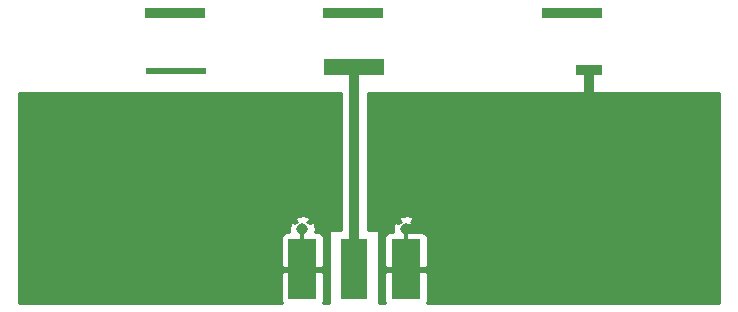
<source format=gbr>
*
%LPD*%
%LN915 PCB Antenna 01-F.Cu*%
%FSLAX25Y25*%
%MOIN*%
%AD*%
%AD*%
%ADD11R,0.095275591X0.2*%
%ADD12C,0.038188976*%
%ADD13R,0.018110236X0.03503937*%
%ADD14C,0.023622047*%
%ADD15C,0.032992126*%
%ADD16C,0.01*%
%ADD21R,0.09015748X0.2*%
%ADD22R,0.201968504X0.03503937*%
%ADD23R,0.08503937X0.03503937*%
%ADD24R,0.201968504X0.054724409*%
%ADD25R,0.201968504X0.02480315*%
G54D21*
%SRX1Y1I0.0J0.0*%
G1X112205Y11732D3*
G54D11*
G1X94961Y11732D3*
G1X129449Y11732D3*
G54D12*
G1X94961Y25276D3*
G1X129449Y25276D3*
G54D13*
G1X94961Y23504D3*
G1X129449Y23504D3*
G54D22*
G1X111815Y97230D3*
G54D23*
G1X190556Y78332D3*
G54D24*
G1X112209Y79317D3*
G54D25*
G1X52760Y77742D3*
G54D22*
G1X184650Y97230D3*
G1X52367Y97230D3*
G54D14*
G1X121260Y2756D3*
G1X121260Y7874D3*
G1X121260Y12992D3*
G1X121260Y17717D3*
G1X121260Y22441D3*
G1X119685Y26378D3*
G1X120079Y31496D3*
G1X120079Y37402D3*
G1X120079Y43307D3*
G1X120079Y49213D3*
G1X120079Y55118D3*
G1X120079Y61024D3*
G1X120079Y66929D3*
G1X125984Y66929D3*
G1X131890Y66929D3*
G1X137795Y66929D3*
G1X143701Y66929D3*
G1X149606Y66929D3*
G1X155512Y66929D3*
G1X161417Y66929D3*
G1X167323Y66929D3*
G1X173228Y66929D3*
G1X179134Y66929D3*
G1X185039Y66929D3*
G1X194882Y66929D3*
G1X200787Y66929D3*
G1X206693Y66929D3*
G1X212598Y66929D3*
G1X218504Y66929D3*
G1X224409Y66929D3*
G1X230315Y66929D3*
G1X103150Y3150D3*
G1X103150Y7480D3*
G1X103150Y12205D3*
G1X103150Y17323D3*
G1X103150Y21654D3*
G1X104724Y26378D3*
G1X104331Y31496D3*
G1X104331Y37402D3*
G1X104331Y43307D3*
G1X104331Y49213D3*
G1X104331Y55118D3*
G1X104331Y61024D3*
G1X104331Y66929D3*
G1X98425Y66929D3*
G1X92520Y66929D3*
G1X86614Y66929D3*
G1X80709Y66929D3*
G1X74803Y66929D3*
G1X68898Y66929D3*
G1X62992Y66929D3*
G1X57087Y66929D3*
G1X51181Y66929D3*
G1X45276Y66929D3*
G1X39370Y66929D3*
G1X33465Y66929D3*
G1X27559Y66929D3*
G1X21654Y66929D3*
G1X15748Y66929D3*
G1X9843Y66929D3*
G1X3937Y66929D3*
G1X112209Y79317D2*
G54D15*
G1X112209Y11737D1*
G1X112205Y11732D1*
G1X190556Y78332D2*
G1X190556Y28744D1*
G1X187087Y25276D2*
G1X129449Y25276D1*
G1X190556Y28744D2*
G1X187087Y25276D1*
G54D16*
G36*
G1X116642Y24909D2*
G1X120079Y24909D1*
G1X120260Y24875D1*
G1X120427Y24768D1*
G1X120539Y24604D1*
G1X120579Y24409D1*
G1X120579Y20984D1*
G1X122185Y20984D1*
G1X122185Y22230D1*
G1X122566Y23148D1*
G1X123269Y23852D1*
G1X124188Y24232D1*
G1X125103Y24232D1*
G1X124988Y25832D1*
G1X125540Y27497D1*
G1X126381Y27636D1*
G1X126885Y27133D1*
G1X127127Y27375D1*
G1X127784Y27647D1*
G1X127088Y28343D1*
G1X127227Y29184D1*
G1X128256Y29610D1*
G1X130006Y29737D1*
G1X131671Y29184D1*
G1X131809Y28343D1*
G1X131114Y27647D1*
G1X131770Y27375D1*
G1X132013Y27133D1*
G1X132517Y27636D1*
G1X133357Y27497D1*
G1X133784Y26468D1*
G1X133910Y24719D1*
G1X133749Y24232D1*
G1X134710Y24232D1*
G1X135629Y23852D1*
G1X136332Y23148D1*
G1X136713Y22230D1*
G1X136713Y20984D1*
G1X233752Y20984D1*
G1X233752Y70366D1*
G1X116642Y70366D1*
G1X116642Y24909D1*
G37*
G36*
G1X120579Y500D2*
G1X122489Y500D1*
G1X122185Y1235D1*
G1X122185Y10607D1*
G1X122810Y11232D1*
G1X128949Y11232D1*
G1X128949Y11154D1*
G1X129949Y11154D1*
G1X129949Y11232D1*
G1X136088Y11232D1*
G1X136713Y10607D1*
G1X136713Y1235D1*
G1X136408Y500D1*
G1X233752Y500D1*
G1X233752Y20984D1*
G1X136713Y20984D1*
G1X136713Y12857D1*
G1X136088Y12232D1*
G1X129949Y12232D1*
G1X129949Y12311D1*
G1X128949Y12311D1*
G1X128949Y12232D1*
G1X122810Y12232D1*
G1X122185Y12857D1*
G1X122185Y20984D1*
G1X120579Y20984D1*
G1X120579Y500D1*
G37*
G1X233752Y500D2*
G1X136408Y500D1*
G1X136713Y1235D1*
G1X136713Y10607D1*
G1X136088Y11232D1*
G1X129949Y11232D1*
G1X129949Y11154D1*
G1X128949Y11154D1*
G1X128949Y11232D1*
G1X122810Y11232D1*
G1X122185Y10607D1*
G1X122185Y1235D1*
G1X122489Y500D1*
G1X120579Y500D1*
G1X120579Y22230D1*
G1X122185Y22230D1*
G1X122185Y12857D1*
G1X122810Y12232D1*
G1X128949Y12232D1*
G1X128949Y12311D1*
G1X129949Y12311D1*
G1X129949Y12232D1*
G1X136088Y12232D1*
G1X136713Y12857D1*
G1X136713Y22230D1*
G1X136332Y23148D1*
G1X135629Y23852D1*
G1X134710Y24232D1*
G1X133749Y24232D1*
G1X133910Y24719D1*
G1X133784Y26468D1*
G1X133357Y27497D1*
G1X132517Y27636D1*
G1X132013Y27133D1*
G1X131770Y27375D1*
G1X131114Y27647D1*
G1X131809Y28343D1*
G1X131671Y29184D1*
G1X130006Y29737D1*
G1X128256Y29610D1*
G1X127227Y29184D1*
G1X127088Y28343D1*
G1X127784Y27647D1*
G1X127127Y27375D1*
G1X126885Y27133D1*
G1X126381Y27636D1*
G1X125540Y27497D1*
G1X124988Y25832D1*
G1X125103Y24232D1*
G1X124188Y24232D1*
G1X123269Y23852D1*
G1X122566Y23148D1*
G1X122185Y22230D1*
G1X120579Y22230D1*
G1X120579Y24409D1*
G1X120539Y24604D1*
G1X120427Y24768D1*
G1X120260Y24875D1*
G1X120079Y24909D1*
G1X116642Y24909D1*
G1X116642Y70366D1*
G1X233752Y70366D1*
G1X233752Y500D1*
G36*
G1X500Y20984D2*
G1X500Y500D1*
G1X88001Y500D1*
G1X87697Y1235D1*
G1X87697Y10607D1*
G1X88322Y11232D1*
G1X94461Y11232D1*
G1X94461Y11154D1*
G1X95461Y11154D1*
G1X95461Y11232D1*
G1X101599Y11232D1*
G1X102224Y10607D1*
G1X102224Y1235D1*
G1X101920Y500D1*
G1X103831Y500D1*
G1X103831Y20984D1*
G1X102224Y20984D1*
G1X102224Y12857D1*
G1X101599Y12232D1*
G1X95461Y12232D1*
G1X95461Y12311D1*
G1X94461Y12311D1*
G1X94461Y12232D1*
G1X88322Y12232D1*
G1X87697Y12857D1*
G1X87697Y20984D1*
G1X500Y20984D1*
G37*
G36*
G1X500Y20984D2*
G1X87697Y20984D1*
G1X87697Y22230D1*
G1X88077Y23148D1*
G1X88781Y23852D1*
G1X89700Y24232D1*
G1X90615Y24232D1*
G1X90499Y25832D1*
G1X91052Y27497D1*
G1X91893Y27636D1*
G1X92396Y27133D1*
G1X92639Y27375D1*
G1X93296Y27647D1*
G1X92600Y28343D1*
G1X92739Y29184D1*
G1X93768Y29610D1*
G1X95517Y29737D1*
G1X97182Y29184D1*
G1X97321Y28343D1*
G1X96625Y27647D1*
G1X97282Y27375D1*
G1X97525Y27133D1*
G1X98028Y27636D1*
G1X98869Y27497D1*
G1X99295Y26468D1*
G1X99422Y24719D1*
G1X99260Y24232D1*
G1X100222Y24232D1*
G1X101141Y23852D1*
G1X101844Y23148D1*
G1X102224Y22230D1*
G1X102224Y20984D1*
G1X103831Y20984D1*
G1X103831Y24409D1*
G1X103865Y24591D1*
G1X103972Y24758D1*
G1X104136Y24870D1*
G1X104331Y24909D1*
G1X107768Y24909D1*
G1X107768Y70366D1*
G1X500Y70366D1*
G1X500Y20984D1*
G37*
G1X107768Y24909D2*
G1X104331Y24909D1*
G1X104136Y24870D1*
G1X103972Y24758D1*
G1X103865Y24591D1*
G1X103831Y24409D1*
G1X103831Y500D1*
G1X101920Y500D1*
G1X102224Y1235D1*
G1X102224Y10607D1*
G1X101599Y11232D1*
G1X95461Y11232D1*
G1X95461Y11154D1*
G1X94461Y11154D1*
G1X94461Y11232D1*
G1X88322Y11232D1*
G1X87697Y10607D1*
G1X87697Y1235D1*
G1X88001Y500D1*
G1X500Y500D1*
G1X500Y22230D1*
G1X87697Y22230D1*
G1X87697Y12857D1*
G1X88322Y12232D1*
G1X94461Y12232D1*
G1X94461Y12311D1*
G1X95461Y12311D1*
G1X95461Y12232D1*
G1X101599Y12232D1*
G1X102224Y12857D1*
G1X102224Y22230D1*
G1X101844Y23148D1*
G1X101141Y23852D1*
G1X100222Y24232D1*
G1X99260Y24232D1*
G1X99422Y24719D1*
G1X99295Y26468D1*
G1X98869Y27497D1*
G1X98028Y27636D1*
G1X97525Y27133D1*
G1X97282Y27375D1*
G1X96625Y27647D1*
G1X97321Y28343D1*
G1X97182Y29184D1*
G1X95517Y29737D1*
G1X93768Y29610D1*
G1X92739Y29184D1*
G1X92600Y28343D1*
G1X93296Y27647D1*
G1X92639Y27375D1*
G1X92396Y27133D1*
G1X91893Y27636D1*
G1X91052Y27497D1*
G1X90499Y25832D1*
G1X90615Y24232D1*
G1X89700Y24232D1*
G1X88781Y23852D1*
G1X88077Y23148D1*
G1X87697Y22230D1*
G1X500Y22230D1*
G1X500Y70366D1*
G1X107768Y70366D1*
G1X107768Y24909D1*
M2*

</source>
